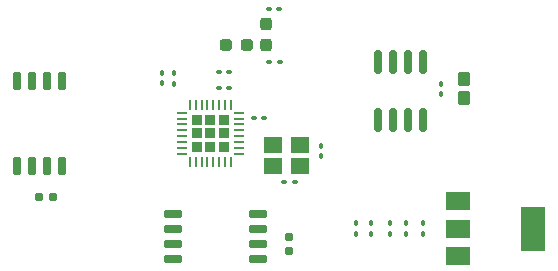
<source format=gbr>
%TF.GenerationSoftware,KiCad,Pcbnew,7.0.2*%
%TF.CreationDate,2023-05-16T00:14:24-03:00*%
%TF.ProjectId,fullWirelessComTractian,66756c6c-5769-4726-956c-657373436f6d,rev?*%
%TF.SameCoordinates,Original*%
%TF.FileFunction,Paste,Top*%
%TF.FilePolarity,Positive*%
%FSLAX46Y46*%
G04 Gerber Fmt 4.6, Leading zero omitted, Abs format (unit mm)*
G04 Created by KiCad (PCBNEW 7.0.2) date 2023-05-16 00:14:24*
%MOMM*%
%LPD*%
G01*
G04 APERTURE LIST*
G04 Aperture macros list*
%AMRoundRect*
0 Rectangle with rounded corners*
0 $1 Rounding radius*
0 $2 $3 $4 $5 $6 $7 $8 $9 X,Y pos of 4 corners*
0 Add a 4 corners polygon primitive as box body*
4,1,4,$2,$3,$4,$5,$6,$7,$8,$9,$2,$3,0*
0 Add four circle primitives for the rounded corners*
1,1,$1+$1,$2,$3*
1,1,$1+$1,$4,$5*
1,1,$1+$1,$6,$7*
1,1,$1+$1,$8,$9*
0 Add four rect primitives between the rounded corners*
20,1,$1+$1,$2,$3,$4,$5,0*
20,1,$1+$1,$4,$5,$6,$7,0*
20,1,$1+$1,$6,$7,$8,$9,0*
20,1,$1+$1,$8,$9,$2,$3,0*%
G04 Aperture macros list end*
%ADD10RoundRect,0.237500X-0.237500X0.287500X-0.237500X-0.287500X0.237500X-0.287500X0.237500X0.287500X0*%
%ADD11RoundRect,0.090000X0.090000X-0.139000X0.090000X0.139000X-0.090000X0.139000X-0.090000X-0.139000X0*%
%ADD12RoundRect,0.160000X-0.160000X0.197500X-0.160000X-0.197500X0.160000X-0.197500X0.160000X0.197500X0*%
%ADD13RoundRect,0.232500X-0.232500X0.232500X-0.232500X-0.232500X0.232500X-0.232500X0.232500X0.232500X0*%
%ADD14RoundRect,0.062500X-0.062500X0.375000X-0.062500X-0.375000X0.062500X-0.375000X0.062500X0.375000X0*%
%ADD15RoundRect,0.062500X-0.375000X0.062500X-0.375000X-0.062500X0.375000X-0.062500X0.375000X0.062500X0*%
%ADD16RoundRect,0.090000X0.139000X0.090000X-0.139000X0.090000X-0.139000X-0.090000X0.139000X-0.090000X0*%
%ADD17RoundRect,0.090000X-0.139000X-0.090000X0.139000X-0.090000X0.139000X0.090000X-0.139000X0.090000X0*%
%ADD18RoundRect,0.150000X-0.650000X-0.150000X0.650000X-0.150000X0.650000X0.150000X-0.650000X0.150000X0*%
%ADD19RoundRect,0.160000X0.197500X0.160000X-0.197500X0.160000X-0.197500X-0.160000X0.197500X-0.160000X0*%
%ADD20R,2.000000X1.500000*%
%ADD21R,2.000000X3.800000*%
%ADD22RoundRect,0.150000X-0.150000X0.650000X-0.150000X-0.650000X0.150000X-0.650000X0.150000X0.650000X0*%
%ADD23RoundRect,0.250000X0.275000X-0.375000X0.275000X0.375000X-0.275000X0.375000X-0.275000X-0.375000X0*%
%ADD24RoundRect,0.237500X-0.287500X-0.237500X0.287500X-0.237500X0.287500X0.237500X-0.287500X0.237500X0*%
%ADD25RoundRect,0.090000X-0.090000X0.139000X-0.090000X-0.139000X0.090000X-0.139000X0.090000X0.139000X0*%
%ADD26RoundRect,0.150000X0.150000X-0.825000X0.150000X0.825000X-0.150000X0.825000X-0.150000X-0.825000X0*%
%ADD27R,1.650000X1.350000*%
G04 APERTURE END LIST*
D10*
%TO.C,L2*%
X156500000Y-95614000D03*
X156500000Y-97364000D03*
%TD*%
D11*
%TO.C,R6*%
X147670000Y-100632500D03*
X147670000Y-99767500D03*
%TD*%
D12*
%TO.C,R4*%
X158420000Y-113642500D03*
X158420000Y-114837500D03*
%TD*%
D13*
%TO.C,U1*%
X152940000Y-103720000D03*
X151790000Y-103720000D03*
X150640000Y-103720000D03*
X152940000Y-104870000D03*
X151790000Y-104870000D03*
X150640000Y-104870000D03*
X152940000Y-106020000D03*
X151790000Y-106020000D03*
X150640000Y-106020000D03*
D14*
X153540000Y-102432500D03*
X153040000Y-102432500D03*
X152540000Y-102432500D03*
X152040000Y-102432500D03*
X151540000Y-102432500D03*
X151040000Y-102432500D03*
X150540000Y-102432500D03*
X150040000Y-102432500D03*
D15*
X149352500Y-103120000D03*
X149352500Y-103620000D03*
X149352500Y-104120000D03*
X149352500Y-104620000D03*
X149352500Y-105120000D03*
X149352500Y-105620000D03*
X149352500Y-106120000D03*
X149352500Y-106620000D03*
D14*
X150040000Y-107307500D03*
X150540000Y-107307500D03*
X151040000Y-107307500D03*
X151540000Y-107307500D03*
X152040000Y-107307500D03*
X152540000Y-107307500D03*
X153040000Y-107307500D03*
X153540000Y-107307500D03*
D15*
X154227500Y-106620000D03*
X154227500Y-106120000D03*
X154227500Y-105620000D03*
X154227500Y-105120000D03*
X154227500Y-104620000D03*
X154227500Y-104120000D03*
X154227500Y-103620000D03*
X154227500Y-103120000D03*
%TD*%
D11*
%TO.C,C7*%
X165380000Y-113370000D03*
X165380000Y-112505000D03*
%TD*%
D16*
%TO.C,C8*%
X153382500Y-99700000D03*
X152517500Y-99700000D03*
%TD*%
D11*
%TO.C,C9*%
X168380000Y-113362500D03*
X168380000Y-112497500D03*
%TD*%
D17*
%TO.C,C12*%
X156767500Y-94306500D03*
X157632500Y-94306500D03*
%TD*%
%TO.C,C13*%
X156775000Y-98814000D03*
X157640000Y-98814000D03*
%TD*%
%TO.C,R2*%
X155445000Y-103610000D03*
X156310000Y-103610000D03*
%TD*%
D18*
%TO.C,U4*%
X148630000Y-111735000D03*
X148630000Y-113005000D03*
X148630000Y-114275000D03*
X148630000Y-115545000D03*
X155830000Y-115545000D03*
X155830000Y-114275000D03*
X155830000Y-113005000D03*
X155830000Y-111735000D03*
%TD*%
D11*
%TO.C,C6*%
X164080000Y-113370000D03*
X164080000Y-112505000D03*
%TD*%
D17*
%TO.C,C4*%
X158047500Y-109010000D03*
X158912500Y-109010000D03*
%TD*%
D11*
%TO.C,R3*%
X166980000Y-113362500D03*
X166980000Y-112497500D03*
%TD*%
D19*
%TO.C,R1*%
X138452500Y-110240000D03*
X137257500Y-110240000D03*
%TD*%
D11*
%TO.C,C10*%
X169780000Y-113362500D03*
X169780000Y-112497500D03*
%TD*%
D20*
%TO.C,U5*%
X172780000Y-110630000D03*
X172780000Y-112930000D03*
D21*
X179080000Y-112930000D03*
D20*
X172780000Y-115230000D03*
%TD*%
D16*
%TO.C,C5*%
X153382500Y-101000000D03*
X152517500Y-101000000D03*
%TD*%
D22*
%TO.C,U2*%
X139210000Y-100440000D03*
X137940000Y-100440000D03*
X136670000Y-100440000D03*
X135400000Y-100440000D03*
X135400000Y-107640000D03*
X136670000Y-107640000D03*
X137940000Y-107640000D03*
X139210000Y-107640000D03*
%TD*%
D23*
%TO.C,C2*%
X173270000Y-101880000D03*
X173270000Y-100280000D03*
%TD*%
D24*
%TO.C,L1*%
X153135000Y-97420000D03*
X154885000Y-97420000D03*
%TD*%
D25*
%TO.C,C11*%
X161190000Y-105907500D03*
X161190000Y-106772500D03*
%TD*%
D11*
%TO.C,C1*%
X171330000Y-101552500D03*
X171330000Y-100687500D03*
%TD*%
D26*
%TO.C,U6*%
X166005000Y-103775000D03*
X167275000Y-103775000D03*
X168545000Y-103775000D03*
X169815000Y-103775000D03*
X169815000Y-98825000D03*
X168545000Y-98825000D03*
X167275000Y-98825000D03*
X166005000Y-98825000D03*
%TD*%
D27*
%TO.C,Y2*%
X159365000Y-105865000D03*
X157115000Y-105865000D03*
X157115000Y-107615000D03*
X159365000Y-107615000D03*
%TD*%
D25*
%TO.C,R5*%
X148690000Y-99787500D03*
X148690000Y-100652500D03*
%TD*%
M02*

</source>
